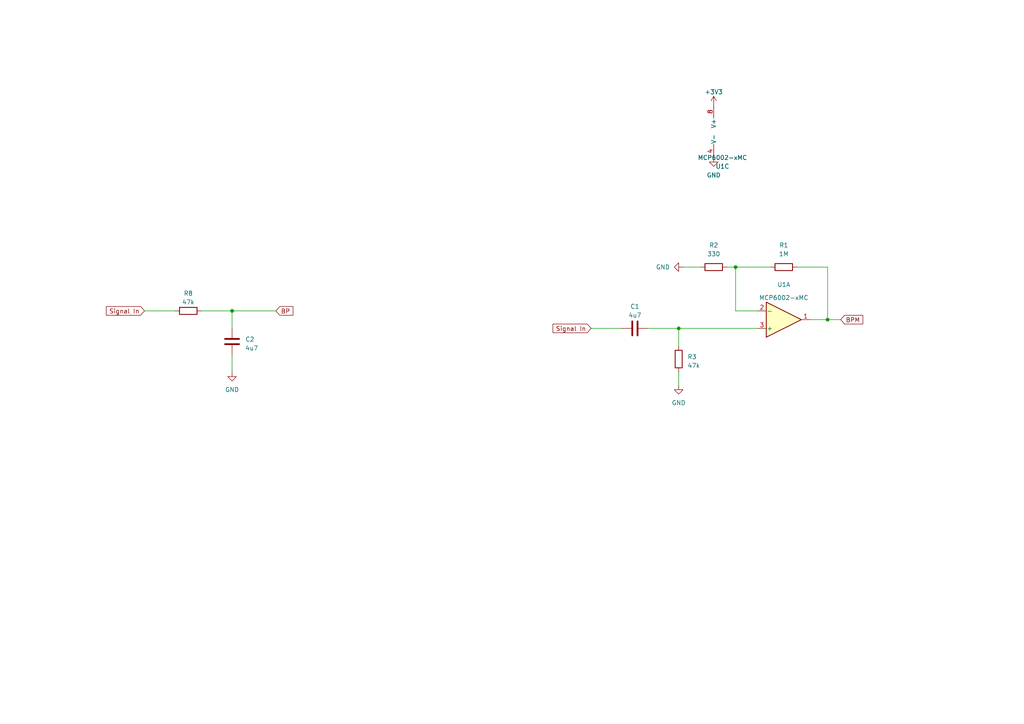
<source format=kicad_sch>
(kicad_sch (version 20230121) (generator eeschema)
  (paper "A4")
  (lib_symbols
    (symbol "Amplifier_Operational:MCP6002-xMC" (pin_names (offset 0.127))
      (property "Reference" "U1" (at 0 -10.16 0))
      (property "Value" "MCP6002-xMC" (at 0 -7.62 0))
      (symbol "MCP6002-xMC_1_1"
        (polyline (pts (xy -5.08 5.08) (xy 5.08 0) (xy -5.08 -5.08) (xy -5.08 5.08)) (stroke (width 0.254)) (fill (type background)))
        (pin output line (at 7.62 0 180) (length 2.54) (name "~") (number "1"))
        (pin input line (at -7.62 -2.54 0) (length 2.54) (name "-") (number "2"))
        (pin input line (at -7.62 2.54 0) (length 2.54) (name "+") (number "3"))
      )
      (symbol "MCP6002-xMC_2_1"
        (polyline (pts (xy -5.08 5.08) (xy 5.08 0) (xy -5.08 -5.08) (xy -5.08 5.08)) (stroke (width 0.254)) (fill (type background)))
        (pin input line (at -7.62 2.54 0) (length 2.54) (name "+") (number "5"))
        (pin input line (at -7.62 -2.54 0) (length 2.54) (name "-") (number "6"))
        (pin output line (at 7.62 0 180) (length 2.54) (name "~") (number "7"))
      )
      (symbol "MCP6002-xMC_3_1"
        (pin power_in line (at -2.54 -7.62 90) (length 3.81) (name "V-") (number "4"))
        (pin power_in line (at -2.54 7.62 270) (length 3.81) (name "V+") (number "8"))
        (pin passive line (at -2.54 -7.62 90) (length 3.81) hide (name "V-") (number "9"))
      )
    )
    (symbol "Device:C" (pin_numbers hide) (pin_names (offset 0.254))
      (property "Reference" "C" (at 0.635 2.54 0))
      (property "Value" "C" (at 0.635 -2.54 0))
      (symbol "C_0_1"
        (polyline (pts (xy -2.032 -0.762) (xy 2.032 -0.762)) (stroke (width 0.508)))
        (polyline (pts (xy -2.032 0.762) (xy 2.032 0.762)) (stroke (width 0.508)))
      )
      (symbol "C_1_1"
        (pin passive line (at 0 3.81 270) (length 2.794) (name "~") (number "1"))
        (pin passive line (at 0 -3.81 90) (length 2.794) (name "~") (number "2"))
      )
    )
    (symbol "Device:R" (pin_numbers hide) (pin_names (offset 0))
      (property "Reference" "R" (at 2.032 0 90))
      (property "Value" "R" (at 0 0 90))
      (symbol "R_0_1"
        (rectangle (start -1.016 -2.54) (end 1.016 2.54) (stroke (width 0.254)))
      )
      (symbol "R_1_1"
        (pin passive line (at 0 3.81 270) (length 1.27) (name "~") (number "1"))
        (pin passive line (at 0 -3.81 90) (length 1.27) (name "~") (number "2"))
      )
    )
    (symbol "MCP6002-xMC_2" (pin_names (offset 0.127))
      (property "Reference" "U1" (at 0 -10.16 0))
      (property "Value" "MCP6002-xMC" (at 0 -7.62 0))
      (symbol "MCP6002-xMC_2_1_1"
        (polyline (pts (xy -5.08 5.08) (xy 5.08 0) (xy -5.08 -5.08) (xy -5.08 5.08)) (stroke (width 0.254)) (fill (type background)))
        (pin output line (at 7.62 0 180) (length 2.54) (name "~") (number "1"))
        (pin input line (at -7.62 -2.54 0) (length 2.54) (name "-") (number "2"))
        (pin input line (at -7.62 2.54 0) (length 2.54) (name "+") (number "3"))
      )
      (symbol "MCP6002-xMC_2_2_1"
        (polyline (pts (xy -5.08 5.08) (xy 5.08 0) (xy -5.08 -5.08) (xy -5.08 5.08)) (stroke (width 0.254)) (fill (type background)))
        (pin input line (at -7.62 2.54 0) (length 2.54) (name "+") (number "5"))
        (pin input line (at -7.62 -2.54 0) (length 2.54) (name "-") (number "6"))
        (pin output line (at 7.62 0 180) (length 2.54) (name "~") (number "7"))
      )
      (symbol "MCP6002-xMC_2_3_1"
        (pin power_in line (at -2.54 -7.62 90) (length 3.81) (name "V-") (number "4"))
        (pin power_in line (at -2.54 7.62 270) (length 3.81) (name "V+") (number "8"))
        (pin passive line (at -2.54 -7.62 90) (length 3.81) hide (name "V-") (number "9"))
      )
    )
    (symbol "power:+3V3" (power) (pin_names (offset 0))
      (property "Value" "+3V3" (at 0 3.556 0))
      (symbol "+3V3_0_1"
        (polyline (pts (xy -0.762 1.27) (xy 0 2.54)))
        (polyline (pts (xy 0 0) (xy 0 2.54)))
        (polyline (pts (xy 0 2.54) (xy 0.762 1.27)))
      )
      (symbol "+3V3_1_1"
        (pin power_in line (at 0 0 90) (length 0) hide (name "+3V3") (number "1"))
      )
    )
    (symbol "power:GND" (power) (pin_names (offset 0))
      (property "Value" "GND" (at 0 -3.81 0))
      (symbol "GND_0_1"
        (polyline (pts (xy 0 0) (xy 0 -1.27) (xy 1.27 -1.27) (xy 0 -2.54) (xy -1.27 -1.27) (xy 0 -1.27)))
      )
      (symbol "GND_1_1"
        (pin power_in line (at 0 0 270) (length 0) hide (name "GND") (number "1"))
      )
    )
  )
  (junction (at 240.03 92.71))
  (junction (at 196.85 95.25))
  (junction (at 213.36 77.47))
  (junction (at 67.31 90.17))
  (wire (pts (xy 231.14 77.47) (xy 240.03 77.47)))
  (wire (pts (xy 219.71 90.17) (xy 213.36 90.17)))
  (wire (pts (xy 210.82 77.47) (xy 213.36 77.47)))
  (wire (pts (xy 213.36 77.47) (xy 223.52 77.47)))
  (wire (pts (xy 67.31 90.17) (xy 67.31 95.25)))
  (wire (pts (xy 213.36 90.17) (xy 213.36 77.47)))
  (wire (pts (xy 41.91 90.17) (xy 50.8 90.17)))
  (wire (pts (xy 234.95 92.71) (xy 240.03 92.71)))
  (wire (pts (xy 240.03 77.47) (xy 240.03 92.71)))
  (wire (pts (xy 67.31 90.17) (xy 80.01 90.17)))
  (wire (pts (xy 58.42 90.17) (xy 67.31 90.17)))
  (wire (pts (xy 67.31 102.87) (xy 67.31 107.95)))
  (wire (pts (xy 240.03 92.71) (xy 243.84 92.71)))
  (wire (pts (xy 171.45 95.25) (xy 180.34 95.25)))
  (wire (pts (xy 196.85 107.95) (xy 196.85 111.76)))
  (wire (pts (xy 198.12 77.47) (xy 203.2 77.47)))
  (wire (pts (xy 196.85 95.25) (xy 219.71 95.25)))
  (wire (pts (xy 196.85 95.25) (xy 196.85 100.33)))
  (wire (pts (xy 187.96 95.25) (xy 196.85 95.25)))
  (global_label "Signal In" (shape input) (at 41.91 90.17 180) (property "Intersheetrefs" "${INTERSHEET_REFS}" (effects hide)))
  (global_label "BP" (shape input) (at 80.01 90.17 0) (property "Intersheetrefs" "${INTERSHEET_REFS}" (effects hide)))
  (global_label "Signal In" (shape input) (at 171.45 95.25 180) (property "Intersheetrefs" "${INTERSHEET_REFS}" (effects hide)))
  (global_label "BPM" (shape input) (at 243.84 92.71 0) (property "Intersheetrefs" "${INTERSHEET_REFS}" (effects hide)))
  (symbol (lib_name "MCP6002-xMC_2") (lib_id "Amplifier_Operational:MCP6002-xMC") (at 227.33 92.71 0) (mirror x) (unit 1)
    (property "Reference" "U1" (at 227.33 82.55 0))
    (property "Value" "MCP6002-xMC" (at 227.33 86.36 0))
    (property "Footprint" "Package_DFN_QFN:DFN-8-1EP_3x2mm_P0.5mm_EP1.75x1.45mm" (effects hide))
    (property "Datasheet" "https://ww1.microchip.com/downloads/aemDocuments/documents/MSLD/ProductDocuments/DataSheets/MCP6001-1R-1U-2-4-1-MHz-Low-Power-Op-Amp-DS20001733L.pdf" (effects hide))
  )
  (symbol (lib_id "Device:R") (at 227.33 77.47 90) (unit 1)
    (property "Reference" "R1" (at 227.33 71.12 90))
    (property "Value" "1M" (at 227.33 73.66 90))
  )
  (symbol (lib_id "power:GND") (at 198.12 77.47 270) (unit 1)
    (property "Reference" "#PWR01" (effects hide))
    (property "Value" "GND" (at 194.31 77.47 90) (effects (justify right)))
  )
  (symbol (lib_id "Device:R") (at 207.01 77.47 90) (unit 1)
    (property "Reference" "R2" (at 207.01 71.12 90))
    (property "Value" "330" (at 207.01 73.66 90))
  )
  (symbol (lib_id "Device:C") (at 67.31 99.06 0) (unit 1)
    (property "Reference" "C2" (at 71.12 98.425 0) (effects (justify left)))
    (property "Value" "4u7" (at 71.12 100.965 0) (effects (justify left)))
  )
  (symbol (lib_id "power:GND") (at 67.31 107.95 0) (unit 1)
    (property "Reference" "#PWR04" (effects hide))
    (property "Value" "GND" (at 67.31 113.03 0))
  )
  (symbol (lib_id "Device:C") (at 184.15 95.25 90) (unit 1)
    (property "Reference" "C1" (at 184.15 88.9 90))
    (property "Value" "4u7" (at 184.15 91.44 90))
  )
  (symbol (lib_id "power:GND") (at 196.85 111.76 0) (unit 1)
    (property "Reference" "#PWR02" (effects hide))
    (property "Value" "GND" (at 196.85 116.84 0))
  )
  (symbol (lib_id "Amplifier_Operational:MCP6002-xMC") (at 209.55 38.1 0) (unit 3)
    (property "Reference" "U1" (at 209.55 48.26 0))
    (property "Value" "MCP6002-xMC" (at 209.55 45.72 0))
    (property "Footprint" "Package_DFN_QFN:DFN-8-1EP_3x2mm_P0.5mm_EP1.75x1.45mm" (effects hide))
    (property "Datasheet" "https://ww1.microchip.com/downloads/aemDocuments/documents/MSLD/ProductDocuments/DataSheets/MCP6001-1R-1U-2-4-1-MHz-Low-Power-Op-Amp-DS20001733L.pdf" (effects hide))
  )
  (symbol (lib_id "power:+3V3") (at 207.01 30.48 0) (unit 1)
    (property "Reference" "#PWR06" (effects hide))
    (property "Value" "+3V3" (at 207.01 26.67 0))
  )
  (symbol (lib_id "power:GND") (at 207.01 45.72 0) (unit 1)
    (property "Reference" "#PWR05" (effects hide))
    (property "Value" "GND" (at 207.01 50.8 0))
  )
  (symbol (lib_id "Device:R") (at 54.61 90.17 90) (unit 1)
    (property "Reference" "R8" (at 54.61 85.09 90))
    (property "Value" "47k" (at 54.61 87.63 90))
  )
  (symbol (lib_id "Device:R") (at 196.85 104.14 0) (unit 1)
    (property "Reference" "R3" (at 199.39 103.505 0) (effects (justify left)))
    (property "Value" "47k" (at 199.39 106.045 0) (effects (justify left)))
  )
)
</source>
